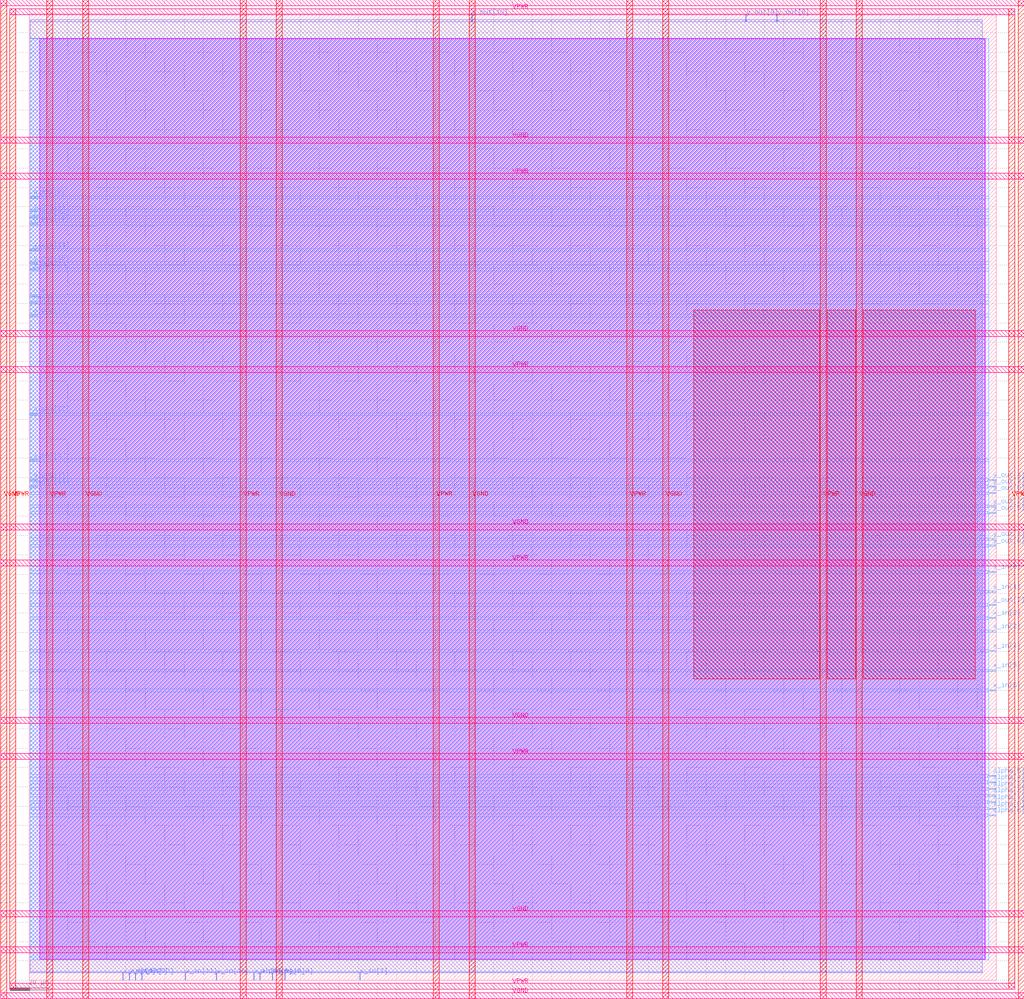
<source format=lef>
VERSION 5.7 ;
  NOWIREEXTENSIONATPIN ON ;
  DIVIDERCHAR "/" ;
  BUSBITCHARS "[]" ;
MACRO dynamic_noise_reduction
  CLASS BLOCK ;
  FOREIGN dynamic_noise_reduction ;
  ORIGIN 0.000 0.000 ;
  SIZE 500.000 BY 500.000 ;
  PIN VGND
    DIRECTION INOUT ;
    USE GROUND ;
    PORT
      LAYER met4 ;
        RECT -14.830 -9.470 -11.730 507.230 ;
    END
    PORT
      LAYER met5 ;
        RECT -14.830 -9.470 514.390 -6.370 ;
    END
    PORT
      LAYER met5 ;
        RECT -14.830 504.130 514.390 507.230 ;
    END
    PORT
      LAYER met4 ;
        RECT 511.290 -9.470 514.390 507.230 ;
    END
    PORT
      LAYER met4 ;
        RECT 27.570 -9.470 30.670 507.230 ;
    END
    PORT
      LAYER met4 ;
        RECT 127.570 -9.470 130.670 507.230 ;
    END
    PORT
      LAYER met4 ;
        RECT 227.570 -9.470 230.670 507.230 ;
    END
    PORT
      LAYER met4 ;
        RECT 327.570 -9.470 330.670 507.230 ;
    END
    PORT
      LAYER met4 ;
        RECT 427.570 -9.470 430.670 507.230 ;
    END
    PORT
      LAYER met5 ;
        RECT -14.830 32.930 514.390 36.030 ;
    END
    PORT
      LAYER met5 ;
        RECT -14.830 132.930 514.390 136.030 ;
    END
    PORT
      LAYER met5 ;
        RECT -14.830 232.930 514.390 236.030 ;
    END
    PORT
      LAYER met5 ;
        RECT -14.830 332.930 514.390 336.030 ;
    END
    PORT
      LAYER met5 ;
        RECT -14.830 432.930 514.390 436.030 ;
    END
  END VGND
  PIN VPWR
    DIRECTION INOUT ;
    USE POWER ;
    PORT
      LAYER met4 ;
        RECT -10.030 -4.670 -6.930 502.430 ;
    END
    PORT
      LAYER met5 ;
        RECT -10.030 -4.670 509.590 -1.570 ;
    END
    PORT
      LAYER met5 ;
        RECT -10.030 499.330 509.590 502.430 ;
    END
    PORT
      LAYER met4 ;
        RECT 506.490 -4.670 509.590 502.430 ;
    END
    PORT
      LAYER met4 ;
        RECT 8.970 -9.470 12.070 507.230 ;
    END
    PORT
      LAYER met4 ;
        RECT 108.970 -9.470 112.070 507.230 ;
    END
    PORT
      LAYER met4 ;
        RECT 208.970 -9.470 212.070 507.230 ;
    END
    PORT
      LAYER met4 ;
        RECT 308.970 -9.470 312.070 507.230 ;
    END
    PORT
      LAYER met4 ;
        RECT 408.970 -9.470 412.070 507.230 ;
    END
    PORT
      LAYER met5 ;
        RECT -14.830 14.330 514.390 17.430 ;
    END
    PORT
      LAYER met5 ;
        RECT -14.830 114.330 514.390 117.430 ;
    END
    PORT
      LAYER met5 ;
        RECT -14.830 214.330 514.390 217.430 ;
    END
    PORT
      LAYER met5 ;
        RECT -14.830 314.330 514.390 317.430 ;
    END
    PORT
      LAYER met5 ;
        RECT -14.830 414.330 514.390 417.430 ;
    END
  END VPWR
  PIN alpha[0]
    DIRECTION INPUT ;
    USE SIGNAL ;
    ANTENNAGATEAREA 0.247500 ;
    PORT
      LAYER met3 ;
        RECT 496.000 88.440 500.000 89.040 ;
    END
  END alpha[0]
  PIN alpha[10]
    DIRECTION INPUT ;
    USE SIGNAL ;
    ANTENNAGATEAREA 0.159000 ;
    PORT
      LAYER met3 ;
        RECT 0.000 391.040 4.000 391.640 ;
    END
  END alpha[10]
  PIN alpha[11]
    DIRECTION INPUT ;
    USE SIGNAL ;
    ANTENNAGATEAREA 0.196500 ;
    PORT
      LAYER met3 ;
        RECT 0.000 343.440 4.000 344.040 ;
    END
  END alpha[11]
  PIN alpha[12]
    DIRECTION INPUT ;
    USE SIGNAL ;
    ANTENNAGATEAREA 0.213000 ;
    PORT
      LAYER met3 ;
        RECT 0.000 292.440 4.000 293.040 ;
    END
  END alpha[12]
  PIN alpha[13]
    DIRECTION INPUT ;
    USE SIGNAL ;
    ANTENNAGATEAREA 0.159000 ;
    PORT
      LAYER met3 ;
        RECT 0.000 268.640 4.000 269.240 ;
    END
  END alpha[13]
  PIN alpha[14]
    DIRECTION INPUT ;
    USE SIGNAL ;
    ANTENNAGATEAREA 0.196500 ;
    PORT
      LAYER met3 ;
        RECT 0.000 255.040 4.000 255.640 ;
    END
  END alpha[14]
  PIN alpha[15]
    DIRECTION INPUT ;
    USE SIGNAL ;
    ANTENNAGATEAREA 0.159000 ;
    PORT
      LAYER met3 ;
        RECT 0.000 258.440 4.000 259.040 ;
    END
  END alpha[15]
  PIN alpha[1]
    DIRECTION INPUT ;
    USE SIGNAL ;
    ANTENNAGATEAREA 0.213000 ;
    PORT
      LAYER met3 ;
        RECT 496.000 91.840 500.000 92.440 ;
    END
  END alpha[1]
  PIN alpha[2]
    DIRECTION INPUT ;
    USE SIGNAL ;
    ANTENNAGATEAREA 0.159000 ;
    PORT
      LAYER met3 ;
        RECT 496.000 95.240 500.000 95.840 ;
    END
  END alpha[2]
  PIN alpha[3]
    DIRECTION INPUT ;
    USE SIGNAL ;
    ANTENNAGATEAREA 0.196500 ;
    PORT
      LAYER met3 ;
        RECT 496.000 98.640 500.000 99.240 ;
    END
  END alpha[3]
  PIN alpha[4]
    DIRECTION INPUT ;
    USE SIGNAL ;
    ANTENNAGATEAREA 0.213000 ;
    PORT
      LAYER met3 ;
        RECT 496.000 102.040 500.000 102.640 ;
    END
  END alpha[4]
  PIN alpha[5]
    DIRECTION INPUT ;
    USE SIGNAL ;
    ANTENNAGATEAREA 0.213000 ;
    PORT
      LAYER met3 ;
        RECT 496.000 105.440 500.000 106.040 ;
    END
  END alpha[5]
  PIN alpha[6]
    DIRECTION INPUT ;
    USE SIGNAL ;
    ANTENNAGATEAREA 0.126000 ;
    PORT
      LAYER met3 ;
        RECT 496.000 85.040 500.000 85.640 ;
    END
  END alpha[6]
  PIN alpha[7]
    DIRECTION INPUT ;
    USE SIGNAL ;
    ANTENNAGATEAREA 0.196500 ;
    PORT
      LAYER met2 ;
        RECT 125.670 0.000 125.950 4.000 ;
    END
  END alpha[7]
  PIN alpha[8]
    DIRECTION INPUT ;
    USE SIGNAL ;
    ANTENNAGATEAREA 0.196500 ;
    PORT
      LAYER met2 ;
        RECT 119.230 0.000 119.510 4.000 ;
    END
  END alpha[8]
  PIN alpha[9]
    DIRECTION INPUT ;
    USE SIGNAL ;
    ANTENNAGATEAREA 0.159000 ;
    PORT
      LAYER met3 ;
        RECT 0.000 404.640 4.000 405.240 ;
    END
  END alpha[9]
  PIN clk
    DIRECTION INPUT ;
    USE SIGNAL ;
    ANTENNAGATEAREA 0.852000 ;
    PORT
      LAYER met3 ;
        RECT 0.000 353.640 4.000 354.240 ;
    END
  END clk
  PIN reset
    DIRECTION INPUT ;
    USE SIGNAL ;
    ANTENNAGATEAREA 0.159000 ;
    PORT
      LAYER met3 ;
        RECT 0.000 350.240 4.000 350.840 ;
    END
  END reset
  PIN x_in[0]
    DIRECTION INPUT ;
    USE SIGNAL ;
    ANTENNAGATEAREA 0.196500 ;
    PORT
      LAYER met3 ;
        RECT 496.000 210.840 500.000 211.440 ;
    END
  END x_in[0]
  PIN x_in[10]
    DIRECTION INPUT ;
    USE SIGNAL ;
    ANTENNAGATEAREA 0.196500 ;
    PORT
      LAYER met2 ;
        RECT 96.690 0.000 96.970 4.000 ;
    END
  END x_in[10]
  PIN x_in[11]
    DIRECTION INPUT ;
    USE SIGNAL ;
    ANTENNAGATEAREA 0.196500 ;
    PORT
      LAYER met2 ;
        RECT 80.590 0.000 80.870 4.000 ;
    END
  END x_in[11]
  PIN x_in[12]
    DIRECTION INPUT ;
    USE SIGNAL ;
    ANTENNAGATEAREA 0.196500 ;
    PORT
      LAYER met2 ;
        RECT 58.050 0.000 58.330 4.000 ;
    END
  END x_in[12]
  PIN x_in[13]
    DIRECTION INPUT ;
    USE SIGNAL ;
    ANTENNAGATEAREA 0.159000 ;
    PORT
      LAYER met2 ;
        RECT 51.610 0.000 51.890 4.000 ;
    END
  END x_in[13]
  PIN x_in[14]
    DIRECTION INPUT ;
    USE SIGNAL ;
    ANTENNAGATEAREA 0.159000 ;
    PORT
      LAYER met2 ;
        RECT 48.390 0.000 48.670 4.000 ;
    END
  END x_in[14]
  PIN x_in[15]
    DIRECTION INPUT ;
    USE SIGNAL ;
    ANTENNAGATEAREA 0.213000 ;
    PORT
      LAYER met2 ;
        RECT 54.830 0.000 55.110 4.000 ;
    END
  END x_in[15]
  PIN x_in[1]
    DIRECTION INPUT ;
    USE SIGNAL ;
    ANTENNAGATEAREA 0.213000 ;
    PORT
      LAYER met3 ;
        RECT 496.000 200.640 500.000 201.240 ;
    END
  END x_in[1]
  PIN x_in[2]
    DIRECTION INPUT ;
    USE SIGNAL ;
    ANTENNAGATEAREA 0.213000 ;
    PORT
      LAYER met3 ;
        RECT 496.000 187.040 500.000 187.640 ;
    END
  END x_in[2]
  PIN x_in[3]
    DIRECTION INPUT ;
    USE SIGNAL ;
    ANTENNAGATEAREA 0.196500 ;
    PORT
      LAYER met3 ;
        RECT 496.000 180.240 500.000 180.840 ;
    END
  END x_in[3]
  PIN x_in[4]
    DIRECTION INPUT ;
    USE SIGNAL ;
    ANTENNAGATEAREA 0.196500 ;
    PORT
      LAYER met3 ;
        RECT 496.000 170.040 500.000 170.640 ;
    END
  END x_in[4]
  PIN x_in[5]
    DIRECTION INPUT ;
    USE SIGNAL ;
    ANTENNAGATEAREA 0.196500 ;
    PORT
      LAYER met3 ;
        RECT 496.000 159.840 500.000 160.440 ;
    END
  END x_in[5]
  PIN x_in[6]
    DIRECTION INPUT ;
    USE SIGNAL ;
    ANTENNAGATEAREA 0.196500 ;
    PORT
      LAYER met3 ;
        RECT 496.000 149.640 500.000 150.240 ;
    END
  END x_in[6]
  PIN x_in[7]
    DIRECTION INPUT ;
    USE SIGNAL ;
    ANTENNAGATEAREA 0.213000 ;
    PORT
      LAYER met2 ;
        RECT 170.750 0.000 171.030 4.000 ;
    END
  END x_in[7]
  PIN x_in[8]
    DIRECTION INPUT ;
    USE SIGNAL ;
    ANTENNAGATEAREA 0.213000 ;
    PORT
      LAYER met2 ;
        RECT 132.110 0.000 132.390 4.000 ;
    END
  END x_in[8]
  PIN x_in[9]
    DIRECTION INPUT ;
    USE SIGNAL ;
    ANTENNAGATEAREA 0.159000 ;
    PORT
      LAYER met2 ;
        RECT 116.010 0.000 116.290 4.000 ;
    END
  END x_in[9]
  PIN y_out[0]
    DIRECTION OUTPUT ;
    USE SIGNAL ;
    ANTENNADIFFAREA 0.445500 ;
    PORT
      LAYER met3 ;
        RECT 496.000 251.640 500.000 252.240 ;
    END
  END y_out[0]
  PIN y_out[10]
    DIRECTION OUTPUT ;
    USE SIGNAL ;
    ANTENNADIFFAREA 0.445500 ;
    PORT
      LAYER met2 ;
        RECT 228.710 496.000 228.990 500.000 ;
    END
  END y_out[10]
  PIN y_out[11]
    DIRECTION OUTPUT ;
    USE SIGNAL ;
    ANTENNADIFFAREA 0.445500 ;
    PORT
      LAYER met3 ;
        RECT 0.000 397.840 4.000 398.440 ;
    END
  END y_out[11]
  PIN y_out[12]
    DIRECTION OUTPUT ;
    USE SIGNAL ;
    ANTENNADIFFAREA 0.445500 ;
    PORT
      LAYER met3 ;
        RECT 0.000 394.440 4.000 395.040 ;
    END
  END y_out[12]
  PIN y_out[13]
    DIRECTION OUTPUT ;
    USE SIGNAL ;
    ANTENNADIFFAREA 0.445500 ;
    PORT
      LAYER met3 ;
        RECT 0.000 377.440 4.000 378.040 ;
    END
  END y_out[13]
  PIN y_out[14]
    DIRECTION OUTPUT ;
    USE SIGNAL ;
    ANTENNADIFFAREA 0.445500 ;
    PORT
      LAYER met3 ;
        RECT 0.000 367.240 4.000 367.840 ;
    END
  END y_out[14]
  PIN y_out[15]
    DIRECTION OUTPUT ;
    USE SIGNAL ;
    ANTENNADIFFAREA 0.445500 ;
    PORT
      LAYER met3 ;
        RECT 0.000 370.640 4.000 371.240 ;
    END
  END y_out[15]
  PIN y_out[1]
    DIRECTION OUTPUT ;
    USE SIGNAL ;
    ANTENNADIFFAREA 0.445500 ;
    PORT
      LAYER met3 ;
        RECT 496.000 227.840 500.000 228.440 ;
    END
  END y_out[1]
  PIN y_out[2]
    DIRECTION OUTPUT ;
    USE SIGNAL ;
    ANTENNADIFFAREA 0.445500 ;
    PORT
      LAYER met3 ;
        RECT 496.000 244.840 500.000 245.440 ;
    END
  END y_out[2]
  PIN y_out[3]
    DIRECTION OUTPUT ;
    USE SIGNAL ;
    ANTENNADIFFAREA 0.445500 ;
    PORT
      LAYER met3 ;
        RECT 496.000 255.040 500.000 255.640 ;
    END
  END y_out[3]
  PIN y_out[4]
    DIRECTION OUTPUT ;
    USE SIGNAL ;
    ANTENNADIFFAREA 0.445500 ;
    PORT
      LAYER met3 ;
        RECT 496.000 258.440 500.000 259.040 ;
    END
  END y_out[4]
  PIN y_out[5]
    DIRECTION OUTPUT ;
    USE SIGNAL ;
    ANTENNADIFFAREA 0.445500 ;
    PORT
      LAYER met3 ;
        RECT 496.000 241.440 500.000 242.040 ;
    END
  END y_out[5]
  PIN y_out[6]
    DIRECTION OUTPUT ;
    USE SIGNAL ;
    ANTENNADIFFAREA 0.445500 ;
    PORT
      LAYER met3 ;
        RECT 496.000 224.440 500.000 225.040 ;
    END
  END y_out[6]
  PIN y_out[7]
    DIRECTION OUTPUT ;
    USE SIGNAL ;
    ANTENNADIFFAREA 0.445500 ;
    PORT
      LAYER met3 ;
        RECT 496.000 193.840 500.000 194.440 ;
    END
  END y_out[7]
  PIN y_out[8]
    DIRECTION OUTPUT ;
    USE SIGNAL ;
    ANTENNADIFFAREA 0.445500 ;
    PORT
      LAYER met2 ;
        RECT 386.490 496.000 386.770 500.000 ;
    END
  END y_out[8]
  PIN y_out[9]
    DIRECTION OUTPUT ;
    USE SIGNAL ;
    ANTENNADIFFAREA 0.445500 ;
    PORT
      LAYER met2 ;
        RECT 370.390 496.000 370.670 500.000 ;
    END
  END y_out[9]
  OBS
      LAYER nwell ;
        RECT 5.330 10.795 494.230 487.070 ;
      LAYER li1 ;
        RECT 5.520 10.795 494.040 486.965 ;
      LAYER met1 ;
        RECT 0.530 10.640 494.040 487.120 ;
      LAYER met2 ;
        RECT 0.550 495.720 228.430 496.810 ;
        RECT 229.270 495.720 370.110 496.810 ;
        RECT 370.950 495.720 386.210 496.810 ;
        RECT 387.050 495.720 492.570 496.810 ;
        RECT 0.550 4.280 492.570 495.720 ;
        RECT 0.550 4.000 48.110 4.280 ;
        RECT 48.950 4.000 51.330 4.280 ;
        RECT 52.170 4.000 54.550 4.280 ;
        RECT 55.390 4.000 57.770 4.280 ;
        RECT 58.610 4.000 80.310 4.280 ;
        RECT 81.150 4.000 96.410 4.280 ;
        RECT 97.250 4.000 115.730 4.280 ;
        RECT 116.570 4.000 118.950 4.280 ;
        RECT 119.790 4.000 125.390 4.280 ;
        RECT 126.230 4.000 131.830 4.280 ;
        RECT 132.670 4.000 170.470 4.280 ;
        RECT 171.310 4.000 492.570 4.280 ;
      LAYER met3 ;
        RECT 0.525 405.640 496.000 487.045 ;
        RECT 4.400 404.240 496.000 405.640 ;
        RECT 0.525 398.840 496.000 404.240 ;
        RECT 4.400 397.440 496.000 398.840 ;
        RECT 0.525 395.440 496.000 397.440 ;
        RECT 4.400 394.040 496.000 395.440 ;
        RECT 0.525 392.040 496.000 394.040 ;
        RECT 4.400 390.640 496.000 392.040 ;
        RECT 0.525 378.440 496.000 390.640 ;
        RECT 4.400 377.040 496.000 378.440 ;
        RECT 0.525 371.640 496.000 377.040 ;
        RECT 4.400 370.240 496.000 371.640 ;
        RECT 0.525 368.240 496.000 370.240 ;
        RECT 4.400 366.840 496.000 368.240 ;
        RECT 0.525 354.640 496.000 366.840 ;
        RECT 4.400 353.240 496.000 354.640 ;
        RECT 0.525 351.240 496.000 353.240 ;
        RECT 4.400 349.840 496.000 351.240 ;
        RECT 0.525 344.440 496.000 349.840 ;
        RECT 4.400 343.040 496.000 344.440 ;
        RECT 0.525 293.440 496.000 343.040 ;
        RECT 4.400 292.040 496.000 293.440 ;
        RECT 0.525 269.640 496.000 292.040 ;
        RECT 4.400 268.240 496.000 269.640 ;
        RECT 0.525 259.440 496.000 268.240 ;
        RECT 4.400 258.040 495.600 259.440 ;
        RECT 0.525 256.040 496.000 258.040 ;
        RECT 4.400 254.640 495.600 256.040 ;
        RECT 0.525 252.640 496.000 254.640 ;
        RECT 0.525 251.240 495.600 252.640 ;
        RECT 0.525 245.840 496.000 251.240 ;
        RECT 0.525 244.440 495.600 245.840 ;
        RECT 0.525 242.440 496.000 244.440 ;
        RECT 0.525 241.040 495.600 242.440 ;
        RECT 0.525 228.840 496.000 241.040 ;
        RECT 0.525 227.440 495.600 228.840 ;
        RECT 0.525 225.440 496.000 227.440 ;
        RECT 0.525 224.040 495.600 225.440 ;
        RECT 0.525 211.840 496.000 224.040 ;
        RECT 0.525 210.440 495.600 211.840 ;
        RECT 0.525 201.640 496.000 210.440 ;
        RECT 0.525 200.240 495.600 201.640 ;
        RECT 0.525 194.840 496.000 200.240 ;
        RECT 0.525 193.440 495.600 194.840 ;
        RECT 0.525 188.040 496.000 193.440 ;
        RECT 0.525 186.640 495.600 188.040 ;
        RECT 0.525 181.240 496.000 186.640 ;
        RECT 0.525 179.840 495.600 181.240 ;
        RECT 0.525 171.040 496.000 179.840 ;
        RECT 0.525 169.640 495.600 171.040 ;
        RECT 0.525 160.840 496.000 169.640 ;
        RECT 0.525 159.440 495.600 160.840 ;
        RECT 0.525 150.640 496.000 159.440 ;
        RECT 0.525 149.240 495.600 150.640 ;
        RECT 0.525 106.440 496.000 149.240 ;
        RECT 0.525 105.040 495.600 106.440 ;
        RECT 0.525 103.040 496.000 105.040 ;
        RECT 0.525 101.640 495.600 103.040 ;
        RECT 0.525 99.640 496.000 101.640 ;
        RECT 0.525 98.240 495.600 99.640 ;
        RECT 0.525 96.240 496.000 98.240 ;
        RECT 0.525 94.840 495.600 96.240 ;
        RECT 0.525 92.840 496.000 94.840 ;
        RECT 0.525 91.440 495.600 92.840 ;
        RECT 0.525 89.440 496.000 91.440 ;
        RECT 0.525 88.040 495.600 89.440 ;
        RECT 0.525 86.040 496.000 88.040 ;
        RECT 0.525 84.640 495.600 86.040 ;
        RECT 0.525 10.715 496.000 84.640 ;
      LAYER met4 ;
        RECT 343.455 155.895 408.570 346.625 ;
        RECT 412.470 155.895 427.170 346.625 ;
        RECT 431.070 155.895 489.145 346.625 ;
  END
END dynamic_noise_reduction
END LIBRARY


</source>
